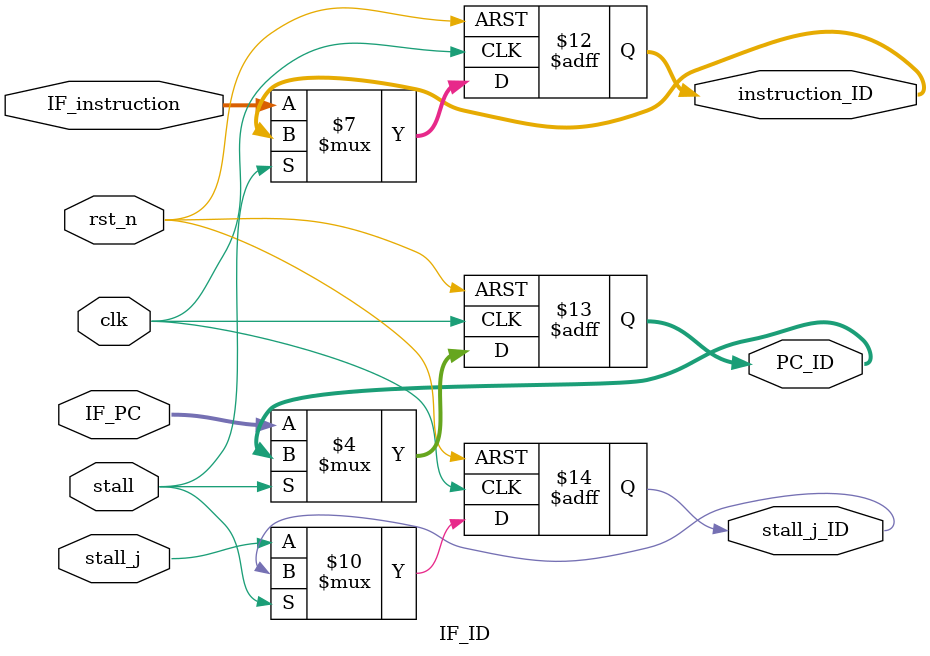
<source format=v>



module IF_ID(
    input rst_n,
    input clk,

    input [31:0] IF_PC,
	input [31:0] IF_instruction,

    output reg [31:0] instruction_ID,
	output reg [31:0] PC_ID,

    //no control signals registered
    //stall signal
    input stall,
    input stall_j,
    output reg stall_j_ID
    );

    always @(posedge clk or negedge rst_n) begin
        if (!rst_n ) begin
            instruction_ID <= 32'h0;
            PC_ID <= 32'hffff_fffc;
            stall_j_ID <= 0;
        end else if (stall) begin   //for l-u hazard, hold
            instruction_ID <= instruction_ID;
            PC_ID <= PC_ID;
        end else begin
            instruction_ID <= IF_instruction;
            PC_ID <= IF_PC;
            stall_j_ID <= stall_j;
        end
    end
endmodule

</source>
